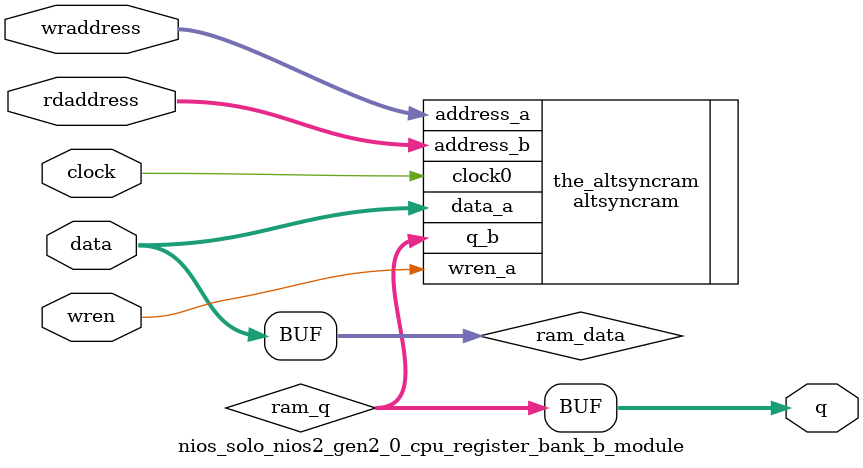
<source format=v>
module nios_solo_nios2_gen2_0_cpu_register_bank_b_module (
                                                           // inputs:
                                                            clock,
                                                            data,
                                                            rdaddress,
                                                            wraddress,
                                                            wren,
                                                           // outputs:
                                                            q
                                                         )
;
  parameter lpm_file = "UNUSED";
  output  [ 31: 0] q;
  input            clock;
  input   [ 31: 0] data;
  input   [  4: 0] rdaddress;
  input   [  4: 0] wraddress;
  input            wren;
  wire    [ 31: 0] q;
  wire    [ 31: 0] ram_data;
  wire    [ 31: 0] ram_q;
  assign q = ram_q;
  assign ram_data = data;
  altsyncram the_altsyncram
    (
      .address_a (wraddress),
      .address_b (rdaddress),
      .clock0 (clock),
      .data_a (ram_data),
      .q_b (ram_q),
      .wren_a (wren)
    );
  defparam the_altsyncram.address_reg_b = "CLOCK0",
           the_altsyncram.init_file = lpm_file,
           the_altsyncram.maximum_depth = 0,
           the_altsyncram.numwords_a = 32,
           the_altsyncram.numwords_b = 32,
           the_altsyncram.operation_mode = "DUAL_PORT",
           the_altsyncram.outdata_reg_b = "UNREGISTERED",
           the_altsyncram.ram_block_type = "AUTO",
           the_altsyncram.rdcontrol_reg_b = "CLOCK0",
           the_altsyncram.read_during_write_mode_mixed_ports = "DONT_CARE",
           the_altsyncram.width_a = 32,
           the_altsyncram.width_b = 32,
           the_altsyncram.widthad_a = 5,
           the_altsyncram.widthad_b = 5;
endmodule
</source>
